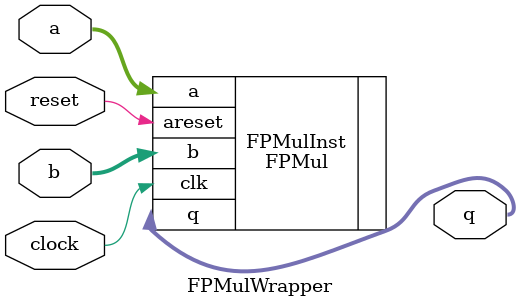
<source format=v>
module FPMulWrapper (
    input  clock,
    input  reset,
    input  wire [31:0] a,
    input  wire [31:0] b,
    output wire [31:0] q
  );

  FPMul FPMulInst (
    .clk(clock)
  , .areset(reset)
  , .a(a)
  , .b(b)
  , .q(q)
  );
endmodule

</source>
